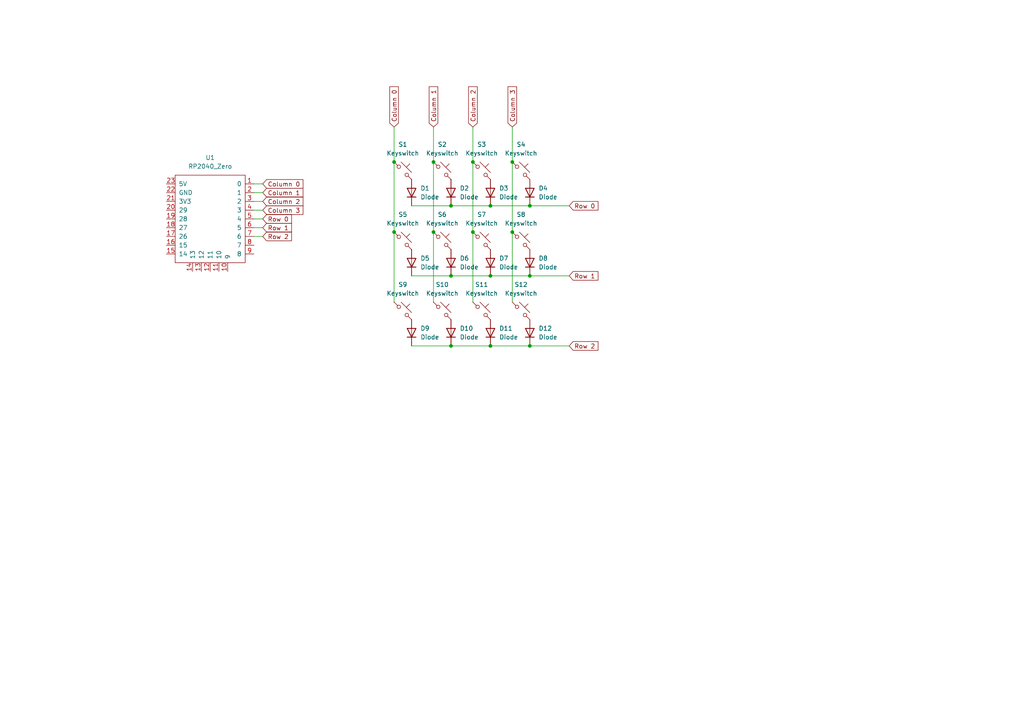
<source format=kicad_sch>
(kicad_sch (version 20230121) (generator eeschema)
  (paper "A4")
  (lib_symbols
    (symbol "ScottoKeebs:MCU_RP2040_Zero" (pin_names (offset 1.016))
      (property "Reference" "U" (at 0 15.24 0))
      (property "Value" "RP2040_Zero" (at 0 12.7 0))
      (symbol "MCU_RP2040_Zero_0_1"
        (rectangle (start -10.16 11.43) (end 10.16 -13.97))
      )
      (symbol "MCU_RP2040_Zero_1_1"
        (pin bidirectional line (at 12.7 8.89 180) (length 2.54) (name "0") (number "1"))
        (pin bidirectional line (at 5.08 -16.51 90) (length 2.54) (name "9") (number "10"))
        (pin bidirectional line (at 2.54 -16.51 90) (length 2.54) (name "10") (number "11"))
        (pin bidirectional line (at 0 -16.51 90) (length 2.54) (name "11") (number "12"))
        (pin bidirectional line (at -2.54 -16.51 90) (length 2.54) (name "12") (number "13"))
        (pin bidirectional line (at -5.08 -16.51 90) (length 2.54) (name "13") (number "14"))
        (pin bidirectional line (at -12.7 -11.43 0) (length 2.54) (name "14") (number "15"))
        (pin bidirectional line (at -12.7 -8.89 0) (length 2.54) (name "15") (number "16"))
        (pin bidirectional line (at -12.7 -6.35 0) (length 2.54) (name "26") (number "17"))
        (pin bidirectional line (at -12.7 -3.81 0) (length 2.54) (name "27") (number "18"))
        (pin bidirectional line (at -12.7 -1.27 0) (length 2.54) (name "28") (number "19"))
        (pin bidirectional line (at 12.7 6.35 180) (length 2.54) (name "1") (number "2"))
        (pin bidirectional line (at -12.7 1.27 0) (length 2.54) (name "29") (number "20"))
        (pin power_out line (at -12.7 3.81 0) (length 2.54) (name "3V3") (number "21"))
        (pin power_out line (at -12.7 6.35 0) (length 2.54) (name "GND") (number "22"))
        (pin power_out line (at -12.7 8.89 0) (length 2.54) (name "5V") (number "23"))
        (pin bidirectional line (at 12.7 3.81 180) (length 2.54) (name "2") (number "3"))
        (pin bidirectional line (at 12.7 1.27 180) (length 2.54) (name "3") (number "4"))
        (pin bidirectional line (at 12.7 -1.27 180) (length 2.54) (name "4") (number "5"))
        (pin bidirectional line (at 12.7 -3.81 180) (length 2.54) (name "5") (number "6"))
        (pin bidirectional line (at 12.7 -6.35 180) (length 2.54) (name "6") (number "7"))
        (pin bidirectional line (at 12.7 -8.89 180) (length 2.54) (name "7") (number "8"))
        (pin bidirectional line (at 12.7 -11.43 180) (length 2.54) (name "8") (number "9"))
      )
    )
    (symbol "ScottoKeebs:Placeholder_Diode" (pin_numbers hide) (pin_names hide)
      (property "Reference" "D" (at 0 2.54 0))
      (property "Value" "Diode" (at 0 -2.54 0))
      (symbol "Placeholder_Diode_0_1"
        (polyline (pts (xy -1.27 1.27) (xy -1.27 -1.27)) (stroke (width 0.254)))
        (polyline (pts (xy 1.27 0) (xy -1.27 0)))
        (polyline (pts (xy 1.27 1.27) (xy 1.27 -1.27) (xy -1.27 0) (xy 1.27 1.27)) (stroke (width 0.254)))
      )
      (symbol "Placeholder_Diode_1_1"
        (pin passive line (at -3.81 0 0) (length 2.54) (name "K") (number "1"))
        (pin passive line (at 3.81 0 180) (length 2.54) (name "A") (number "2"))
      )
    )
    (symbol "ScottoKeebs:Placeholder_Keyswitch" (pin_numbers hide) (pin_names (offset 1.016) hide)
      (property "Reference" "S" (at 3.048 1.016 0))
      (property "Value" "Keyswitch" (at 0 -3.81 0))
      (symbol "Placeholder_Keyswitch_0_1"
        (circle (center -1.1684 1.1684) (radius 0.508))
        (polyline (pts (xy -0.508 2.54) (xy 2.54 -0.508)))
        (polyline (pts (xy 1.016 1.016) (xy 2.032 2.032)))
        (polyline (pts (xy -2.54 2.54) (xy -1.524 1.524) (xy -1.524 1.524)))
        (polyline (pts (xy 1.524 -1.524) (xy 2.54 -2.54) (xy 2.54 -2.54) (xy 2.54 -2.54)))
        (circle (center 1.143 -1.1938) (radius 0.508))
        (pin passive line (at -2.54 2.54 0) (length 0) (name "1") (number "1"))
        (pin passive line (at 2.54 -2.54 180) (length 0) (name "2") (number "2"))
      )
    )
  )
  (junction (at 130.81 80.01))
  (junction (at 114.3 67.31))
  (junction (at 153.67 59.69))
  (junction (at 148.59 46.99))
  (junction (at 142.24 80.01))
  (junction (at 137.16 67.31))
  (junction (at 142.24 59.69))
  (junction (at 125.73 46.99))
  (junction (at 142.24 100.33))
  (junction (at 125.73 67.31))
  (junction (at 130.81 100.33))
  (junction (at 130.81 59.69))
  (junction (at 153.67 100.33))
  (junction (at 148.59 67.31))
  (junction (at 153.67 80.01))
  (junction (at 114.3 46.99))
  (junction (at 137.16 46.99))
  (wire (pts (xy 114.3 36.83) (xy 114.3 46.99)))
  (wire (pts (xy 73.66 63.5) (xy 76.2 63.5)))
  (wire (pts (xy 130.81 100.33) (xy 142.24 100.33)))
  (wire (pts (xy 148.59 46.99) (xy 148.59 67.31)))
  (wire (pts (xy 153.67 59.69) (xy 165.1 59.69)))
  (wire (pts (xy 73.66 55.88) (xy 76.2 55.88)))
  (wire (pts (xy 130.81 59.69) (xy 142.24 59.69)))
  (wire (pts (xy 153.67 80.01) (xy 165.1 80.01)))
  (wire (pts (xy 137.16 46.99) (xy 137.16 67.31)))
  (wire (pts (xy 114.3 67.31) (xy 114.3 87.63)))
  (wire (pts (xy 130.81 80.01) (xy 142.24 80.01)))
  (wire (pts (xy 73.66 60.96) (xy 76.2 60.96)))
  (wire (pts (xy 142.24 80.01) (xy 153.67 80.01)))
  (wire (pts (xy 73.66 68.58) (xy 76.2 68.58)))
  (wire (pts (xy 125.73 67.31) (xy 125.73 87.63)))
  (wire (pts (xy 119.38 80.01) (xy 130.81 80.01)))
  (wire (pts (xy 153.67 100.33) (xy 165.1 100.33)))
  (wire (pts (xy 73.66 66.04) (xy 76.2 66.04)))
  (wire (pts (xy 137.16 67.31) (xy 137.16 87.63)))
  (wire (pts (xy 114.3 46.99) (xy 114.3 67.31)))
  (wire (pts (xy 142.24 59.69) (xy 153.67 59.69)))
  (wire (pts (xy 142.24 100.33) (xy 153.67 100.33)))
  (wire (pts (xy 73.66 53.34) (xy 76.2 53.34)))
  (wire (pts (xy 125.73 36.83) (xy 125.73 46.99)))
  (wire (pts (xy 125.73 46.99) (xy 125.73 67.31)))
  (wire (pts (xy 119.38 100.33) (xy 130.81 100.33)))
  (wire (pts (xy 137.16 36.83) (xy 137.16 46.99)))
  (wire (pts (xy 73.66 58.42) (xy 76.2 58.42)))
  (wire (pts (xy 148.59 67.31) (xy 148.59 87.63)))
  (wire (pts (xy 119.38 59.69) (xy 130.81 59.69)))
  (wire (pts (xy 148.59 36.83) (xy 148.59 46.99)))
  (global_label "Column 0" (shape input) (at 76.2 53.34 0) (property "Intersheetrefs" "${INTERSHEET_REFS}" (effects hide)))
  (global_label "Column 2" (shape input) (at 137.16 36.83 90) (property "Intersheetrefs" "${INTERSHEET_REFS}" (effects hide)))
  (global_label "Row 0" (shape input) (at 76.2 63.5 0) (property "Intersheetrefs" "${INTERSHEET_REFS}" (effects hide)))
  (global_label "Row 1" (shape input) (at 165.1 80.01 0) (property "Intersheetrefs" "${INTERSHEET_REFS}" (effects hide)))
  (global_label "Row 2" (shape input) (at 76.2 68.58 0) (property "Intersheetrefs" "${INTERSHEET_REFS}" (effects hide)))
  (global_label "Row 0" (shape input) (at 165.1 59.69 0) (property "Intersheetrefs" "${INTERSHEET_REFS}" (effects hide)))
  (global_label "Column 1" (shape input) (at 125.73 36.83 90) (property "Intersheetrefs" "${INTERSHEET_REFS}" (effects hide)))
  (global_label "Row 1" (shape input) (at 76.2 66.04 0) (property "Intersheetrefs" "${INTERSHEET_REFS}" (effects hide)))
  (global_label "Row 2" (shape input) (at 165.1 100.33 0) (property "Intersheetrefs" "${INTERSHEET_REFS}" (effects hide)))
  (global_label "Column 1" (shape input) (at 76.2 55.88 0) (property "Intersheetrefs" "${INTERSHEET_REFS}" (effects hide)))
  (global_label "Column 3" (shape input) (at 148.59 36.83 90) (property "Intersheetrefs" "${INTERSHEET_REFS}" (effects hide)))
  (global_label "Column 3" (shape input) (at 76.2 60.96 0) (property "Intersheetrefs" "${INTERSHEET_REFS}" (effects hide)))
  (global_label "Column 0" (shape input) (at 114.3 36.83 90) (property "Intersheetrefs" "${INTERSHEET_REFS}" (effects hide)))
  (global_label "Column 2" (shape input) (at 76.2 58.42 0) (property "Intersheetrefs" "${INTERSHEET_REFS}" (effects hide)))
  (symbol (lib_id "ScottoKeebs:Placeholder_Keyswitch") (at 139.7 69.85 0) (unit 1)
    (property "Reference" "S7" (at 139.7 62.23 0))
    (property "Value" "Keyswitch" (at 139.7 64.77 0))
    (property "Footprint" "ScottoKeebs_MX:MX_PCB_1.00u" (effects hide))
  )
  (symbol (lib_id "ScottoKeebs:Placeholder_Diode") (at 130.81 96.52 90) (unit 1)
    (property "Reference" "D10" (at 133.35 95.25 90) (effects (justify right)))
    (property "Value" "Diode" (at 133.35 97.79 90) (effects (justify right)))
    (property "Footprint" "ScottoKeebs_Components:Diode_SOD-123" (effects hide))
    (property "Sim.Device" "D" (effects hide))
    (property "Sim.Pins" "1=K 2=A" (effects hide))
  )
  (symbol (lib_id "ScottoKeebs:Placeholder_Diode") (at 119.38 76.2 90) (unit 1)
    (property "Reference" "D5" (at 121.92 74.93 90) (effects (justify right)))
    (property "Value" "Diode" (at 121.92 77.47 90) (effects (justify right)))
    (property "Footprint" "ScottoKeebs_Components:Diode_SOD-123" (effects hide))
    (property "Sim.Device" "D" (effects hide))
    (property "Sim.Pins" "1=K 2=A" (effects hide))
  )
  (symbol (lib_id "ScottoKeebs:Placeholder_Keyswitch") (at 128.27 90.17 0) (unit 1)
    (property "Reference" "S10" (at 128.27 82.55 0))
    (property "Value" "Keyswitch" (at 128.27 85.09 0))
    (property "Footprint" "ScottoKeebs_MX:MX_PCB_1.00u" (effects hide))
  )
  (symbol (lib_id "ScottoKeebs:Placeholder_Keyswitch") (at 151.13 90.17 0) (unit 1)
    (property "Reference" "S12" (at 151.13 82.55 0))
    (property "Value" "Keyswitch" (at 151.13 85.09 0))
    (property "Footprint" "ScottoKeebs_MX:MX_PCB_1.00u" (effects hide))
  )
  (symbol (lib_id "ScottoKeebs:Placeholder_Diode") (at 142.24 76.2 90) (unit 1)
    (property "Reference" "D7" (at 144.78 74.93 90) (effects (justify right)))
    (property "Value" "Diode" (at 144.78 77.47 90) (effects (justify right)))
    (property "Footprint" "ScottoKeebs_Components:Diode_SOD-123" (effects hide))
    (property "Sim.Device" "D" (effects hide))
    (property "Sim.Pins" "1=K 2=A" (effects hide))
  )
  (symbol (lib_id "ScottoKeebs:Placeholder_Diode") (at 119.38 96.52 90) (unit 1)
    (property "Reference" "D9" (at 121.92 95.25 90) (effects (justify right)))
    (property "Value" "Diode" (at 121.92 97.79 90) (effects (justify right)))
    (property "Footprint" "ScottoKeebs_Components:Diode_SOD-123" (effects hide))
    (property "Sim.Device" "D" (effects hide))
    (property "Sim.Pins" "1=K 2=A" (effects hide))
  )
  (symbol (lib_id "ScottoKeebs:Placeholder_Keyswitch") (at 128.27 49.53 0) (unit 1)
    (property "Reference" "S2" (at 128.27 41.91 0))
    (property "Value" "Keyswitch" (at 128.27 44.45 0))
    (property "Footprint" "ScottoKeebs_MX:MX_PCB_1.00u" (effects hide))
  )
  (symbol (lib_id "ScottoKeebs:Placeholder_Keyswitch") (at 116.84 90.17 0) (unit 1)
    (property "Reference" "S9" (at 116.84 82.55 0))
    (property "Value" "Keyswitch" (at 116.84 85.09 0))
    (property "Footprint" "ScottoKeebs_MX:MX_PCB_1.00u" (effects hide))
  )
  (symbol (lib_id "ScottoKeebs:Placeholder_Diode") (at 119.38 55.88 90) (unit 1)
    (property "Reference" "D1" (at 121.92 54.61 90) (effects (justify right)))
    (property "Value" "Diode" (at 121.92 57.15 90) (effects (justify right)))
    (property "Footprint" "ScottoKeebs_Components:Diode_SOD-123" (effects hide))
    (property "Sim.Device" "D" (effects hide))
    (property "Sim.Pins" "1=K 2=A" (effects hide))
  )
  (symbol (lib_id "ScottoKeebs:Placeholder_Keyswitch") (at 116.84 49.53 0) (unit 1)
    (property "Reference" "S1" (at 116.84 41.91 0))
    (property "Value" "Keyswitch" (at 116.84 44.45 0))
    (property "Footprint" "ScottoKeebs_MX:MX_PCB_1.00u" (effects hide))
  )
  (symbol (lib_id "ScottoKeebs:Placeholder_Diode") (at 130.81 76.2 90) (unit 1)
    (property "Reference" "D6" (at 133.35 74.93 90) (effects (justify right)))
    (property "Value" "Diode" (at 133.35 77.47 90) (effects (justify right)))
    (property "Footprint" "ScottoKeebs_Components:Diode_SOD-123" (effects hide))
    (property "Sim.Device" "D" (effects hide))
    (property "Sim.Pins" "1=K 2=A" (effects hide))
  )
  (symbol (lib_id "ScottoKeebs:Placeholder_Diode") (at 130.81 55.88 90) (unit 1)
    (property "Reference" "D2" (at 133.35 54.61 90) (effects (justify right)))
    (property "Value" "Diode" (at 133.35 57.15 90) (effects (justify right)))
    (property "Footprint" "ScottoKeebs_Components:Diode_SOD-123" (effects hide))
    (property "Sim.Device" "D" (effects hide))
    (property "Sim.Pins" "1=K 2=A" (effects hide))
  )
  (symbol (lib_id "ScottoKeebs:Placeholder_Keyswitch") (at 151.13 49.53 0) (unit 1)
    (property "Reference" "S4" (at 151.13 41.91 0))
    (property "Value" "Keyswitch" (at 151.13 44.45 0))
    (property "Footprint" "ScottoKeebs_MX:MX_PCB_1.00u" (effects hide))
  )
  (symbol (lib_id "ScottoKeebs:Placeholder_Diode") (at 153.67 76.2 90) (unit 1)
    (property "Reference" "D8" (at 156.21 74.93 90) (effects (justify right)))
    (property "Value" "Diode" (at 156.21 77.47 90) (effects (justify right)))
    (property "Footprint" "ScottoKeebs_Components:Diode_SOD-123" (effects hide))
    (property "Sim.Device" "D" (effects hide))
    (property "Sim.Pins" "1=K 2=A" (effects hide))
  )
  (symbol (lib_id "ScottoKeebs:Placeholder_Diode") (at 153.67 96.52 90) (unit 1)
    (property "Reference" "D12" (at 156.21 95.25 90) (effects (justify right)))
    (property "Value" "Diode" (at 156.21 97.79 90) (effects (justify right)))
    (property "Footprint" "ScottoKeebs_Components:Diode_SOD-123" (effects hide))
    (property "Sim.Device" "D" (effects hide))
    (property "Sim.Pins" "1=K 2=A" (effects hide))
  )
  (symbol (lib_id "ScottoKeebs:Placeholder_Keyswitch") (at 139.7 49.53 0) (unit 1)
    (property "Reference" "S3" (at 139.7 41.91 0))
    (property "Value" "Keyswitch" (at 139.7 44.45 0))
    (property "Footprint" "ScottoKeebs_MX:MX_PCB_1.00u" (effects hide))
  )
  (symbol (lib_id "ScottoKeebs:Placeholder_Diode") (at 142.24 55.88 90) (unit 1)
    (property "Reference" "D3" (at 144.78 54.61 90) (effects (justify right)))
    (property "Value" "Diode" (at 144.78 57.15 90) (effects (justify right)))
    (property "Footprint" "ScottoKeebs_Components:Diode_SOD-123" (effects hide))
    (property "Sim.Device" "D" (effects hide))
    (property "Sim.Pins" "1=K 2=A" (effects hide))
  )
  (symbol (lib_id "ScottoKeebs:Placeholder_Keyswitch") (at 116.84 69.85 0) (unit 1)
    (property "Reference" "S5" (at 116.84 62.23 0))
    (property "Value" "Keyswitch" (at 116.84 64.77 0))
    (property "Footprint" "ScottoKeebs_MX:MX_PCB_1.00u" (effects hide))
  )
  (symbol (lib_id "ScottoKeebs:MCU_RP2040_Zero") (at 60.96 62.23 0) (unit 1)
    (property "Reference" "U1" (at 60.96 45.72 0))
    (property "Value" "RP2040_Zero" (at 60.96 48.26 0))
    (property "Footprint" "ScottoKeebs_MCU:RP2040_Zero" (effects hide))
  )
  (symbol (lib_id "ScottoKeebs:Placeholder_Keyswitch") (at 128.27 69.85 0) (unit 1)
    (property "Reference" "S6" (at 128.27 62.23 0))
    (property "Value" "Keyswitch" (at 128.27 64.77 0))
    (property "Footprint" "ScottoKeebs_MX:MX_PCB_1.00u" (effects hide))
  )
  (symbol (lib_id "ScottoKeebs:Placeholder_Keyswitch") (at 139.7 90.17 0) (unit 1)
    (property "Reference" "S11" (at 139.7 82.55 0))
    (property "Value" "Keyswitch" (at 139.7 85.09 0))
    (property "Footprint" "ScottoKeebs_MX:MX_PCB_1.00u" (effects hide))
  )
  (symbol (lib_id "ScottoKeebs:Placeholder_Keyswitch") (at 151.13 69.85 0) (unit 1)
    (property "Reference" "S8" (at 151.13 62.23 0))
    (property "Value" "Keyswitch" (at 151.13 64.77 0))
    (property "Footprint" "ScottoKeebs_MX:MX_PCB_1.00u" (effects hide))
  )
  (symbol (lib_id "ScottoKeebs:Placeholder_Diode") (at 142.24 96.52 90) (unit 1)
    (property "Reference" "D11" (at 144.78 95.25 90) (effects (justify right)))
    (property "Value" "Diode" (at 144.78 97.79 90) (effects (justify right)))
    (property "Footprint" "ScottoKeebs_Components:Diode_SOD-123" (effects hide))
    (property "Sim.Device" "D" (effects hide))
    (property "Sim.Pins" "1=K 2=A" (effects hide))
  )
  (symbol (lib_id "ScottoKeebs:Placeholder_Diode") (at 153.67 55.88 90) (unit 1)
    (property "Reference" "D4" (at 156.21 54.61 90) (effects (justify right)))
    (property "Value" "Diode" (at 156.21 57.15 90) (effects (justify right)))
    (property "Footprint" "ScottoKeebs_Components:Diode_SOD-123" (effects hide))
    (property "Sim.Device" "D" (effects hide))
    (property "Sim.Pins" "1=K 2=A" (effects hide))
  )
)
</source>
